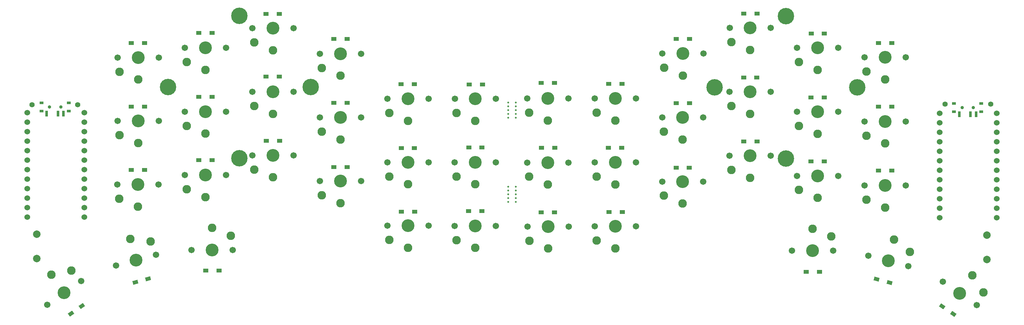
<source format=gbr>
%TF.GenerationSoftware,KiCad,Pcbnew,(6.0.5-0)*%
%TF.CreationDate,2022-06-22T19:04:36-07:00*%
%TF.ProjectId,Swept_3x6,53776570-745f-4337-9836-2e6b69636164,rev?*%
%TF.SameCoordinates,Original*%
%TF.FileFunction,Soldermask,Bot*%
%TF.FilePolarity,Negative*%
%FSLAX46Y46*%
G04 Gerber Fmt 4.6, Leading zero omitted, Abs format (unit mm)*
G04 Created by KiCad (PCBNEW (6.0.5-0)) date 2022-06-22 19:04:36*
%MOMM*%
%LPD*%
G01*
G04 APERTURE LIST*
G04 Aperture macros list*
%AMRotRect*
0 Rectangle, with rotation*
0 The origin of the aperture is its center*
0 $1 length*
0 $2 width*
0 $3 Rotation angle, in degrees counterclockwise*
0 Add horizontal line*
21,1,$1,$2,0,0,$3*%
G04 Aperture macros list end*
%ADD10C,1.524000*%
%ADD11C,3.429000*%
%ADD12C,1.701800*%
%ADD13C,2.282000*%
%ADD14C,0.500000*%
%ADD15C,2.000000*%
%ADD16C,4.400000*%
%ADD17C,1.397000*%
%ADD18R,1.400000X1.000000*%
%ADD19R,1.000000X0.800000*%
%ADD20C,0.900000*%
%ADD21R,0.700000X1.500000*%
%ADD22RotRect,1.400000X1.000000X145.000000*%
%ADD23RotRect,1.400000X1.000000X35.000000*%
%ADD24RotRect,1.400000X1.000000X165.000000*%
%ADD25RotRect,1.400000X1.000000X15.000000*%
G04 APERTURE END LIST*
D10*
%TO.C,U1*%
X277659800Y-49850000D03*
X277659800Y-52390000D03*
X277659800Y-54930000D03*
X277659800Y-57470000D03*
X277659800Y-60010000D03*
X277659800Y-62550000D03*
X277659800Y-65090000D03*
X277659800Y-67630000D03*
X277659800Y-70170000D03*
X277659800Y-72710000D03*
X277659800Y-75250000D03*
X277659800Y-77790000D03*
X262439800Y-77790000D03*
X262439800Y-75250000D03*
X262439800Y-72710000D03*
X262439800Y-70170000D03*
X262439800Y-67630000D03*
X262439800Y-65090000D03*
X262439800Y-62550000D03*
X262439800Y-60010000D03*
X262439800Y-57470000D03*
X262439800Y-54930000D03*
X262439800Y-52390000D03*
X262439800Y-49850000D03*
%TD*%
D11*
%TO.C,SW16*%
X193776600Y-68122800D03*
D12*
X188276600Y-68122800D03*
X199276600Y-68122800D03*
D13*
X193776600Y-74022800D03*
X188776600Y-71922800D03*
%TD*%
D12*
%TO.C,SW20*%
X222973000Y-86639400D03*
X233973000Y-86639400D03*
D11*
X228473000Y-86639400D03*
D13*
X228473000Y-80739400D03*
X233473000Y-82839400D03*
%TD*%
D12*
%TO.C,SW15*%
X170318800Y-80137000D03*
D11*
X175818800Y-80137000D03*
D12*
X181318800Y-80137000D03*
D13*
X175818800Y-86037000D03*
X170818800Y-83937000D03*
%TD*%
D12*
%TO.C,SW21*%
X243353408Y-87933695D03*
D11*
X248666000Y-89357200D03*
D12*
X253978592Y-90780705D03*
D13*
X250193032Y-83658238D03*
X254479142Y-86980777D03*
%TD*%
D12*
%TO.C,SW17*%
X217285200Y-61239400D03*
D11*
X211785200Y-61239400D03*
D12*
X206285200Y-61239400D03*
D13*
X211785200Y-67139400D03*
X206785200Y-65039400D03*
%TD*%
D12*
%TO.C,SW18*%
X224293800Y-66598800D03*
X235293800Y-66598800D03*
D11*
X229793800Y-66598800D03*
D13*
X229793800Y-72498800D03*
X224793800Y-70398800D03*
%TD*%
D12*
%TO.C,SW4*%
X188302000Y-33883600D03*
D11*
X193802000Y-33883600D03*
D12*
X199302000Y-33883600D03*
D13*
X193802000Y-39783600D03*
X188802000Y-37683600D03*
%TD*%
D11*
%TO.C,SW3*%
X175793400Y-45923200D03*
D12*
X181293400Y-45923200D03*
X170293400Y-45923200D03*
D13*
X175793400Y-51823200D03*
X170793400Y-49723200D03*
%TD*%
D12*
%TO.C,SW9*%
X170293400Y-63017400D03*
D11*
X175793400Y-63017400D03*
D12*
X181293400Y-63017400D03*
D13*
X175793400Y-68917400D03*
X170793400Y-66817400D03*
%TD*%
D12*
%TO.C,SW14*%
X152310200Y-80162400D03*
X163310200Y-80162400D03*
D11*
X157810200Y-80162400D03*
D13*
X157810200Y-86062400D03*
X152810200Y-83962400D03*
%TD*%
D12*
%TO.C,SW12*%
X235293800Y-49479200D03*
D11*
X229793800Y-49479200D03*
D12*
X224293800Y-49479200D03*
D13*
X229793800Y-55379200D03*
X224793800Y-53279200D03*
%TD*%
D12*
%TO.C,SW11*%
X217285200Y-44119800D03*
X206285200Y-44119800D03*
D11*
X211785200Y-44119800D03*
D13*
X211785200Y-50019800D03*
X206785200Y-47919800D03*
%TD*%
D11*
%TO.C,SW8*%
X157784800Y-63042800D03*
D12*
X163284800Y-63042800D03*
X152284800Y-63042800D03*
D13*
X157784800Y-68942800D03*
X152784800Y-66842800D03*
%TD*%
D12*
%TO.C,SW6*%
X235319200Y-32359600D03*
D11*
X229819200Y-32359600D03*
D12*
X224319200Y-32359600D03*
D13*
X229819200Y-38259600D03*
X224819200Y-36159600D03*
%TD*%
D12*
%TO.C,SW5*%
X217310600Y-27025600D03*
D11*
X211810600Y-27025600D03*
D12*
X206310600Y-27025600D03*
D13*
X211810600Y-32925600D03*
X206810600Y-30825600D03*
%TD*%
D12*
%TO.C,SW2*%
X152284800Y-45923200D03*
X163284800Y-45923200D03*
D11*
X157784800Y-45923200D03*
D13*
X157784800Y-51823200D03*
X152784800Y-49723200D03*
%TD*%
D14*
%TO.C,mouse-bite-2mm-slot*%
X147142200Y-51079400D03*
X147142200Y-48031400D03*
X147142200Y-49047400D03*
X149174200Y-48031400D03*
X149174200Y-49047400D03*
X147142200Y-50063400D03*
X149174200Y-50063400D03*
X149174200Y-51079400D03*
X149174200Y-47015400D03*
X147142200Y-47015400D03*
%TD*%
%TO.C,mouse-bite-2mm-slot*%
X149199600Y-73583800D03*
X149199600Y-70535800D03*
X147167600Y-70535800D03*
X147167600Y-73583800D03*
X147167600Y-71551800D03*
X149199600Y-71551800D03*
X149199600Y-72567800D03*
X147167600Y-69519800D03*
X147167600Y-72567800D03*
X149199600Y-69519800D03*
%TD*%
D15*
%TO.C,RSW1*%
X275031200Y-82500400D03*
X275031200Y-89000400D03*
%TD*%
D11*
%TO.C,SW10*%
X193776600Y-51003200D03*
D12*
X199276600Y-51003200D03*
X188276600Y-51003200D03*
D13*
X193776600Y-56903200D03*
X188776600Y-54803200D03*
%TD*%
D16*
%TO.C,REF\u002A\u002A*%
X240352000Y-42936000D03*
X202252000Y-42936000D03*
X221302000Y-23886000D03*
X221302000Y-61986000D03*
%TD*%
D10*
%TO.C,U2*%
X33942000Y-49722800D03*
X33942000Y-52262800D03*
X33942000Y-54802800D03*
X33942000Y-57342800D03*
X33942000Y-59882800D03*
X33942000Y-62422800D03*
X33942000Y-64962800D03*
X33942000Y-67502800D03*
X33942000Y-70042800D03*
X33942000Y-72582800D03*
X33942000Y-75122800D03*
X33942000Y-77662800D03*
X18722000Y-77662800D03*
X18722000Y-75122800D03*
X18722000Y-72582800D03*
X18722000Y-70042800D03*
X18722000Y-67502800D03*
X18722000Y-64962800D03*
X18722000Y-62422800D03*
X18722000Y-59882800D03*
X18722000Y-57342800D03*
X18722000Y-54802800D03*
X18722000Y-52262800D03*
X18722000Y-49722800D03*
%TD*%
D12*
%TO.C,SW17_r1*%
X89878800Y-61112400D03*
D11*
X84378800Y-61112400D03*
D12*
X78878800Y-61112400D03*
D13*
X84378800Y-67012400D03*
X79378800Y-64912400D03*
%TD*%
D12*
%TO.C,SW11_r1*%
X78853400Y-44119800D03*
D11*
X84353400Y-44119800D03*
D12*
X89853400Y-44119800D03*
D13*
X84353400Y-50019800D03*
X79353400Y-47919800D03*
%TD*%
D12*
%TO.C,SW15_r1*%
X114896000Y-79959200D03*
X125896000Y-79959200D03*
D11*
X120396000Y-79959200D03*
D13*
X120396000Y-85859200D03*
X115396000Y-83759200D03*
%TD*%
D11*
%TO.C,SW18_r1*%
X66344800Y-66421000D03*
D12*
X71844800Y-66421000D03*
X60844800Y-66421000D03*
D13*
X66344800Y-72321000D03*
X61344800Y-70221000D03*
%TD*%
D12*
%TO.C,SW6_r1*%
X71844800Y-32359600D03*
X60844800Y-32359600D03*
D11*
X66344800Y-32359600D03*
D13*
X66344800Y-38259600D03*
X61344800Y-36159600D03*
%TD*%
D12*
%TO.C,SW5_r1*%
X78878800Y-27101800D03*
D11*
X84378800Y-27101800D03*
D12*
X89878800Y-27101800D03*
D13*
X84378800Y-33001800D03*
X79378800Y-30901800D03*
%TD*%
D12*
%TO.C,SW2_r1*%
X143904600Y-45974000D03*
X132904600Y-45974000D03*
D11*
X138404600Y-45974000D03*
D13*
X138404600Y-51874000D03*
X133404600Y-49774000D03*
%TD*%
D12*
%TO.C,SW16_r1*%
X107912800Y-67995800D03*
D11*
X102412800Y-67995800D03*
D12*
X96912800Y-67995800D03*
D13*
X102412800Y-73895800D03*
X97412800Y-71795800D03*
%TD*%
D12*
%TO.C,SW4_r1*%
X96887400Y-33934400D03*
D11*
X102387400Y-33934400D03*
D12*
X107887400Y-33934400D03*
D13*
X102387400Y-39834400D03*
X97387400Y-37734400D03*
%TD*%
D12*
%TO.C,SW13_r1*%
X42836200Y-51943000D03*
D11*
X48336200Y-51943000D03*
D12*
X53836200Y-51943000D03*
D13*
X48336200Y-57843000D03*
X43336200Y-55743000D03*
%TD*%
D12*
%TO.C,SW12_r1*%
X60844800Y-49428400D03*
D11*
X66344800Y-49428400D03*
D12*
X71844800Y-49428400D03*
D13*
X66344800Y-55328400D03*
X61344800Y-53228400D03*
%TD*%
D12*
%TO.C,SW3_r1*%
X114896000Y-45974000D03*
D11*
X120396000Y-45974000D03*
D12*
X125896000Y-45974000D03*
D13*
X120396000Y-51874000D03*
X115396000Y-49774000D03*
%TD*%
D12*
%TO.C,SW8_r1*%
X132879200Y-62966600D03*
D11*
X138379200Y-62966600D03*
D12*
X143879200Y-62966600D03*
D13*
X138379200Y-68866600D03*
X133379200Y-66766600D03*
%TD*%
D12*
%TO.C,SW21_r1*%
X53089992Y-87730495D03*
D11*
X47777400Y-89154000D03*
D12*
X42464808Y-90577505D03*
D13*
X46250368Y-83455038D03*
X51623517Y-84189387D03*
%TD*%
D11*
%TO.C,SW9_r1*%
X120396000Y-62966600D03*
D12*
X114896000Y-62966600D03*
X125896000Y-62966600D03*
D13*
X120396000Y-68866600D03*
X115396000Y-66766600D03*
%TD*%
D12*
%TO.C,SW20_r1*%
X62572000Y-86410800D03*
D11*
X68072000Y-86410800D03*
D12*
X73572000Y-86410800D03*
D13*
X68072000Y-80510800D03*
X73072000Y-82610800D03*
%TD*%
D12*
%TO.C,SW7_r1*%
X53836200Y-34950400D03*
X42836200Y-34950400D03*
D11*
X48336200Y-34950400D03*
D13*
X48336200Y-40850400D03*
X43336200Y-38750400D03*
%TD*%
D16*
%TO.C,REF\u002A\u002A*%
X94407400Y-42878400D03*
X56307400Y-42878400D03*
X75357400Y-61928400D03*
X75357400Y-23828400D03*
%TD*%
D15*
%TO.C,RSW2*%
X21285200Y-88721000D03*
X21285200Y-82221000D03*
%TD*%
D12*
%TO.C,SW13*%
X253327800Y-52044600D03*
X242327800Y-52044600D03*
D11*
X247827800Y-52044600D03*
D13*
X247827800Y-57944600D03*
X242827800Y-55844600D03*
%TD*%
D11*
%TO.C,SW22*%
X267766800Y-98044000D03*
D12*
X263261464Y-94889330D03*
X272272136Y-101198670D03*
D13*
X271150901Y-93211003D03*
X274042151Y-97799104D03*
%TD*%
D11*
%TO.C,SW19*%
X247827800Y-69164200D03*
D12*
X242327800Y-69164200D03*
X253327800Y-69164200D03*
D13*
X247827800Y-75064200D03*
X242827800Y-72964200D03*
%TD*%
D12*
%TO.C,SW19_r1*%
X53810800Y-68961000D03*
D11*
X48310800Y-68961000D03*
D12*
X42810800Y-68961000D03*
D13*
X48310800Y-74861000D03*
X43310800Y-72761000D03*
%TD*%
D17*
%TO.C,+*%
X263855200Y-47396400D03*
%TD*%
D11*
%TO.C,SW10_r1*%
X102387400Y-50977800D03*
D12*
X107887400Y-50977800D03*
X96887400Y-50977800D03*
D13*
X102387400Y-56877800D03*
X97387400Y-54777800D03*
%TD*%
D12*
%TO.C,SW22_r1*%
X24079200Y-101066600D03*
X33089872Y-94757260D03*
D11*
X28584536Y-97911930D03*
D13*
X25200435Y-93078933D03*
X30500706Y-91931270D03*
%TD*%
D17*
%TO.C,-*%
X275996400Y-47447200D03*
%TD*%
%TO.C,+*%
X20040600Y-47574200D03*
%TD*%
D11*
%TO.C,SW14_r1*%
X138379200Y-79984600D03*
D12*
X143879200Y-79984600D03*
X132879200Y-79984600D03*
D13*
X138379200Y-85884600D03*
X133379200Y-83784600D03*
%TD*%
D12*
%TO.C,SW7*%
X242327800Y-34925000D03*
X253327800Y-34925000D03*
D11*
X247827800Y-34925000D03*
D13*
X247827800Y-40825000D03*
X242827800Y-38725000D03*
%TD*%
D17*
%TO.C,-*%
X32207200Y-47625000D03*
%TD*%
D18*
%TO.C,D7*%
X177441400Y-59105800D03*
X173891400Y-59105800D03*
%TD*%
%TO.C,D18*%
X230298800Y-92303600D03*
X226748800Y-92303600D03*
%TD*%
%TO.C,Dr16*%
X64544400Y-62382400D03*
X68094400Y-62382400D03*
%TD*%
%TO.C,Dr6*%
X136629600Y-59029600D03*
X140179600Y-59029600D03*
%TD*%
%TO.C,Dr15*%
X82553000Y-57251600D03*
X86103000Y-57251600D03*
%TD*%
%TO.C,Dr3*%
X82476800Y-23266400D03*
X86026800Y-23266400D03*
%TD*%
%TO.C,Dr18*%
X66398600Y-91948000D03*
X69948600Y-91948000D03*
%TD*%
%TO.C,Dr9*%
X82476800Y-40030400D03*
X86026800Y-40030400D03*
%TD*%
%TO.C,D11*%
X249628200Y-48107600D03*
X246078200Y-48107600D03*
%TD*%
%TO.C,D17*%
X249628200Y-65227200D03*
X246078200Y-65227200D03*
%TD*%
%TO.C,D15*%
X213661800Y-57378600D03*
X210111800Y-57378600D03*
%TD*%
%TO.C,D2*%
X195602400Y-29972000D03*
X192052400Y-29972000D03*
%TD*%
%TO.C,Dr4*%
X64544400Y-28397200D03*
X68094400Y-28397200D03*
%TD*%
%TO.C,D13*%
X177670000Y-76301600D03*
X174120000Y-76301600D03*
%TD*%
%TO.C,Dr10*%
X64544400Y-45440600D03*
X68094400Y-45440600D03*
%TD*%
D19*
%TO.C,SW_POWER1*%
X273525000Y-47228800D03*
X266225000Y-49438800D03*
D20*
X268375000Y-48328800D03*
D19*
X273525000Y-49438800D03*
X266225000Y-47228800D03*
D20*
X271375000Y-48328800D03*
D21*
X267625000Y-50088800D03*
X270625000Y-50088800D03*
X272125000Y-50088800D03*
%TD*%
D18*
%TO.C,D6*%
X159610600Y-59131200D03*
X156060600Y-59131200D03*
%TD*%
%TO.C,D3*%
X213636400Y-23164800D03*
X210086400Y-23164800D03*
%TD*%
%TO.C,Dr11*%
X46510400Y-48107600D03*
X50060400Y-48107600D03*
%TD*%
%TO.C,Dr2*%
X100587000Y-29972000D03*
X104137000Y-29972000D03*
%TD*%
D22*
%TO.C,D20*%
X266020395Y-103583298D03*
X263112405Y-101547102D03*
%TD*%
D18*
%TO.C,D16*%
X231543400Y-62738000D03*
X227993400Y-62738000D03*
%TD*%
%TO.C,Dr0*%
X136731200Y-42138600D03*
X140281200Y-42138600D03*
%TD*%
D23*
%TO.C,Dr20*%
X30423005Y-103456298D03*
X33330995Y-101420102D03*
%TD*%
D18*
%TO.C,Dr7*%
X118595600Y-59182000D03*
X122145600Y-59182000D03*
%TD*%
%TO.C,Dr5*%
X46510400Y-31064200D03*
X50060400Y-31064200D03*
%TD*%
%TO.C,Dr12*%
X136578800Y-76047600D03*
X140128800Y-76047600D03*
%TD*%
D24*
%TO.C,D19*%
X249008918Y-95150604D03*
X245579882Y-94231796D03*
%TD*%
D18*
%TO.C,Dr1*%
X118519400Y-42087800D03*
X122069400Y-42087800D03*
%TD*%
D19*
%TO.C,SW_POWERR1*%
X22512000Y-47101800D03*
D20*
X27662000Y-48201800D03*
D19*
X29812000Y-47101800D03*
D20*
X24662000Y-48201800D03*
D19*
X22512000Y-49311800D03*
X29812000Y-49311800D03*
D21*
X23912000Y-49961800D03*
X26912000Y-49961800D03*
X28412000Y-49961800D03*
%TD*%
D18*
%TO.C,Dr14*%
X100587000Y-64287400D03*
X104137000Y-64287400D03*
%TD*%
%TO.C,D10*%
X231568800Y-45669200D03*
X228018800Y-45669200D03*
%TD*%
%TO.C,D9*%
X213585600Y-40335200D03*
X210035600Y-40335200D03*
%TD*%
%TO.C,Dr13*%
X118646400Y-76174600D03*
X122196400Y-76174600D03*
%TD*%
%TO.C,D12*%
X159559800Y-76377800D03*
X156009800Y-76377800D03*
%TD*%
%TO.C,D4*%
X231619600Y-28549600D03*
X228069600Y-28549600D03*
%TD*%
%TO.C,D0*%
X159559800Y-41783000D03*
X156009800Y-41783000D03*
%TD*%
%TO.C,D14*%
X195551600Y-64414400D03*
X192001600Y-64414400D03*
%TD*%
%TO.C,Dr8*%
X100587000Y-47040800D03*
X104137000Y-47040800D03*
%TD*%
D25*
%TO.C,Dr19*%
X47586882Y-95049004D03*
X51015918Y-94130196D03*
%TD*%
D18*
%TO.C,D5*%
X249628200Y-31064200D03*
X246078200Y-31064200D03*
%TD*%
%TO.C,Dr17*%
X46510400Y-65049400D03*
X50060400Y-65049400D03*
%TD*%
%TO.C,D1*%
X177593800Y-41960800D03*
X174043800Y-41960800D03*
%TD*%
%TO.C,D8*%
X195602400Y-47193200D03*
X192052400Y-47193200D03*
%TD*%
M02*

</source>
